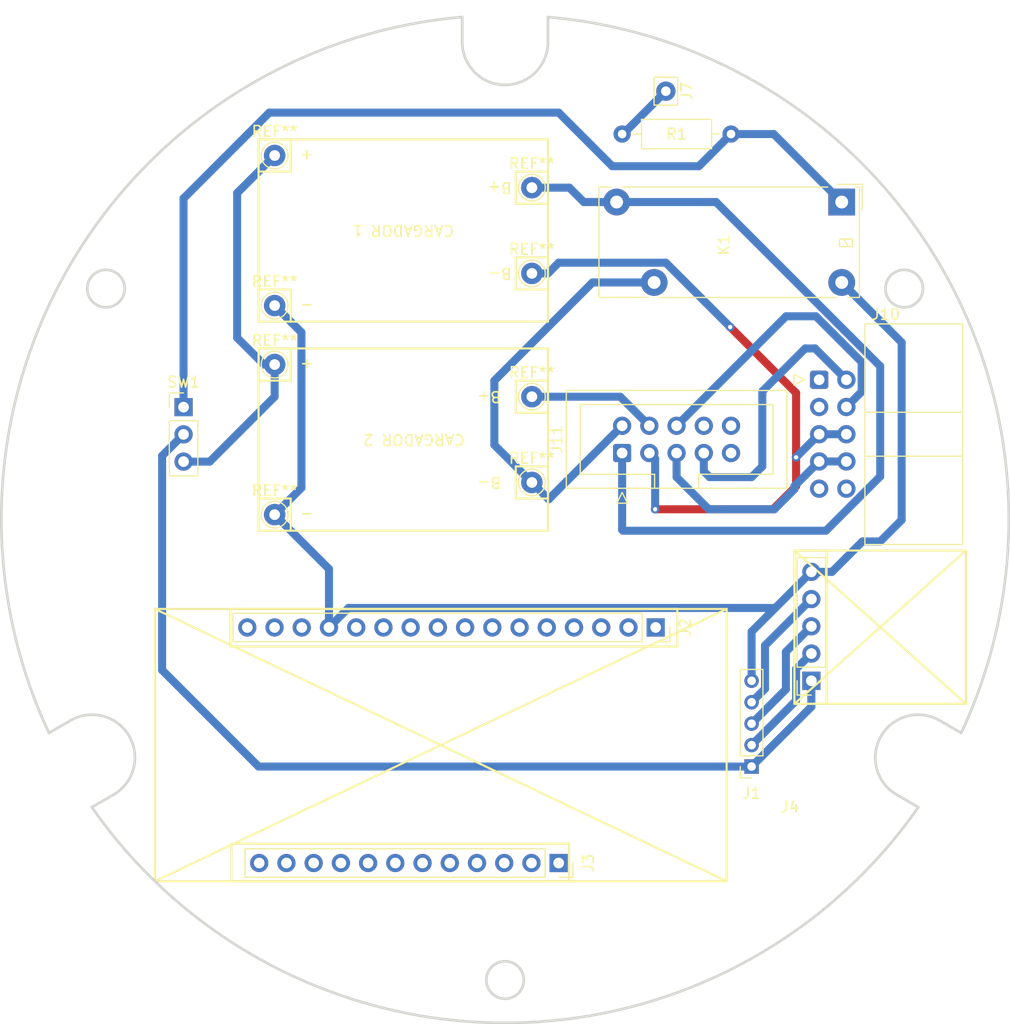
<source format=kicad_pcb>
(kicad_pcb (version 20211014) (generator pcbnew)
  (layers (0 "F.Cu" signal) (31 "B.Cu" signal) (34 "B.Paste" user) (35 "F.Paste" user) (36 "B.SilkS" user "B.Silkscreen") (37 "F.SilkS" user "F.Silkscreen") (38 "B.Mask" user) (39 "F.Mask" user) (44 "Edge.Cuts" user))
  (net 0 "")
  (net 1 "/LED")
  (net 2 "Net-(K1-Pad1)")
  (net 3 "/VBAT1")
  (net 4 "/GNDBAT2")
  (net 5 "GND")
  (net 33 "VCC")
  (net 34 "/RX")
  (net 35 "/TX")
  (net 36 "/NC")
  (net 37 "/VCC_SW")
  (net 38 "GND1")
  (net 39 "/VCC_STLINK")
  (net 40 "/SCLK _STL_LINK")
  (net 42 "/VBAT2")
  (net 43 "/SDIO_STL")
  (footprint "Connector_Pin:Pin_D1.0mm_L10.0mm" (layer "F.Cu") (at 151.5 71 180)
    (fp_text reference "REF**" (at 0 2.25) (layer "F.SilkS"))
    (fp_text value "Pin_D1.0mm_L10.0mm")
    (fp_circle (center 0 0) (end 1.25 0.05) (layer "F.SilkS") (width 0.12) (fill none))
    (pad "1" thru_hole circle locked (at 0 0 180) (size 2 2) (drill 1) (layers *.Cu *.Mask) (net 3 "/VBAT1"))
    (pad "1" thru_hole circle locked (at 0 0 180) (size 2 2) (drill 1) (layers *.Cu *.Mask) (net 3 "/VBAT1"))
  )
  (footprint "Connector_Pin:Pin_D1.0mm_L10.0mm" (layer "F.Cu") (at 127.5 68 180)
    (fp_text reference "REF**" (at 0 2.25) (layer "F.SilkS"))
    (fp_text value "Pin_D1.0mm_L10.0mm")
    (fp_circle (center 0 0) (end 1.25 0.05) (layer "F.SilkS") (width 0.12) (fill none))
    (pad "1" thru_hole circle locked (at 0 0 180) (size 2 2) (drill 1) (layers *.Cu *.Mask) (net 37 "/VCC_SW"))
  )
  (footprint "Connector_PinSocket_2.00mm:PinSocket_1x05_P2.00mm_Vertical" (layer "F.Cu") (at 172 125 180)
    (fp_text reference "J1" (at 0 -2.5) (layer "F.SilkS"))
    (fp_text value "Micro-usb_lora")
    (fp_line (start -1.06 9.06) (end 1.06 9.06) (layer "F.SilkS") (width 0.12))
    (fp_line (start 0 -1.06) (end 1.06 -1.06) (layer "F.SilkS") (width 0.12))
    (fp_line (start 1.06 1) (end 1.06 9.06) (layer "F.SilkS") (width 0.12))
    (fp_line (start 1.06 -1.06) (end 1.06 0) (layer "F.SilkS") (width 0.12))
    (fp_line (start -1.06 1) (end -1.06 9.06) (layer "F.SilkS") (width 0.12))
    (fp_line (start -1.06 1) (end 1.06 1) (layer "F.SilkS") (width 0.12))
    (pad "1" thru_hole rect locked (at 0 0 180) (size 1.35 1.35) (drill 0.8) (layers *.Cu *.Mask) (net 33 "VCC"))
    (pad "2" thru_hole oval locked (at 0 2 180) (size 1.35 1.35) (drill 0.8) (layers *.Cu *.Mask) (net 34 "/RX"))
    (pad "3" thru_hole oval locked (at 0 4 180) (size 1.35 1.35) (drill 0.8) (layers *.Cu *.Mask) (net 35 "/TX"))
    (pad "4" thru_hole oval locked (at 0 6 180) (size 1.35 1.35) (drill 0.8) (layers *.Cu *.Mask) (net 36 "/NC"))
    (pad "5" thru_hole oval locked (at 0 8 180) (size 1.35 1.35) (drill 0.8) (layers *.Cu *.Mask) (net 5 "GND"))
  )
  (footprint "Connector_Pin:Pin_D1.0mm_L10.0mm" (layer "F.Cu") (at 127.5 101.5 180)
    (fp_text reference "REF**" (at 0 2.25) (layer "F.SilkS"))
    (fp_text value "Pin_D1.0mm_L10.0mm")
    (fp_circle (center 0 0) (end 1.25 0.05) (layer "F.SilkS") (width 0.12) (fill none))
    (pad "1" thru_hole circle locked (at 0 0 180) (size 2 2) (drill 1) (layers *.Cu *.Mask) (net 5 "GND"))
  )
  (footprint "Connector_PinSocket_2.54mm:PinSocket_1x16_P2.54mm_Vertical" (layer "F.Cu") (at 163.05 112.025 -90)
    (fp_text reference "J2" (at 0 -2.77 90) (layer "F.SilkS"))
    (fp_text value "Parte izquierda lora")
    (fp_line (start 0 -1.33) (end 1.33 -1.33) (layer "F.SilkS") (width 0.12))
    (fp_line (start -1.33 39.43) (end 1.33 39.43) (layer "F.SilkS") (width 0.12))
    (fp_line (start -1.33 1.27) (end 1.33 1.27) (layer "F.SilkS") (width 0.12))
    (fp_line (start 1.33 1.27) (end 1.33 39.43) (layer "F.SilkS") (width 0.12))
    (fp_line (start 1.33 -1.33) (end 1.33 0) (layer "F.SilkS") (width 0.12))
    (fp_line (start -1.33 1.27) (end -1.33 39.43) (layer "F.SilkS") (width 0.12))
    (pad "1" thru_hole rect locked (at 0 0 270) (size 1.7 1.7) (drill 1) (layers *.Cu *.Mask))
    (pad "2" thru_hole oval locked (at 0 2.54 270) (size 1.7 1.7) (drill 1) (layers *.Cu *.Mask))
    (pad "3" thru_hole oval locked (at 0 5.08 270) (size 1.7 1.7) (drill 1) (layers *.Cu *.Mask))
    (pad "4" thru_hole oval locked (at 0 7.62 270) (size 1.7 1.7) (drill 1) (layers *.Cu *.Mask))
    (pad "5" thru_hole oval locked (at 0 10.16 270) (size 1.7 1.7) (drill 1) (layers *.Cu *.Mask))
    (pad "6" thru_hole oval locked (at 0 12.7 270) (size 1.7 1.7) (drill 1) (layers *.Cu *.Mask))
    (pad "7" thru_hole oval locked (at 0 15.24 270) (size 1.7 1.7) (drill 1) (layers *.Cu *.Mask))
    (pad "8" thru_hole oval locked (at 0 17.78 270) (size 1.7 1.7) (drill 1) (layers *.Cu *.Mask))
    (pad "9" thru_hole oval locked (at 0 20.32 270) (size 1.7 1.7) (drill 1) (layers *.Cu *.Mask))
    (pad "10" thru_hole oval locked (at 0 22.86 270) (size 1.7 1.7) (drill 1) (layers *.Cu *.Mask))
    (pad "11" thru_hole oval locked (at 0 25.4 270) (size 1.7 1.7) (drill 1) (layers *.Cu *.Mask))
    (pad "12" thru_hole oval locked (at 0 27.94 270) (size 1.7 1.7) (drill 1) (layers *.Cu *.Mask))
    (pad "13" thru_hole oval locked (at 0 30.48 270) (size 1.7 1.7) (drill 1) (layers *.Cu *.Mask) (net 5 "GND"))
    (pad "14" thru_hole oval locked (at 0 33.02 270) (size 1.7 1.7) (drill 1) (layers *.Cu *.Mask))
    (pad "15" thru_hole oval locked (at 0 35.56 270) (size 1.7 1.7) (drill 1) (layers *.Cu *.Mask))
    (pad "16" thru_hole oval locked (at 0 38.1 270) (size 1.7 1.7) (drill 1) (layers *.Cu *.Mask))
  )
  (footprint "Connector_Pin:Pin_D1.0mm_L10.0mm" (layer "F.Cu") (at 151.5 98.5 180)
    (fp_text reference "REF**" (at 0 2.25) (layer "F.SilkS"))
    (fp_text value "Pin_D1.0mm_L10.0mm")
    (fp_circle (center 0 0) (end 1.25 0.05) (layer "F.SilkS") (width 0.12) (fill none))
    (pad "1" thru_hole circle locked (at 0 0 180) (size 2 2) (drill 1) (layers *.Cu *.Mask) (net 4 "/GNDBAT2"))
  )
  (footprint "Connector_IDC:IDC-Header_2x05_P2.54mm_Vertical" (layer "F.Cu") (at 159.92 95.7525 90)
    (fp_text reference "J11" (at 1.27 -6.1 90) (layer "F.SilkS"))
    (fp_text value "IDC_CANSAT")
    (fp_line (start 4.52 14.07) (end -1.98 14.07) (layer "F.SilkS") (width 0.12))
    (fp_line (start -3.68 0) (end -4.68 -0.5) (layer "F.SilkS") (width 0.12))
    (fp_line (start -1.98 7.13) (end -3.29 7.13) (layer "F.SilkS") (width 0.12))
    (fp_line (start -4.68 -0.5) (end -4.68 0.5) (layer "F.SilkS") (width 0.12))
    (fp_line (start -3.29 -5.21) (end 5.83 -5.21) (layer "F.SilkS") (width 0.12))
    (fp_line (start -4.68 0.5) (end -3.68 0) (layer "F.SilkS") (width 0.12))
    (fp_line (start -3.29 15.37) (end -3.29 -5.21) (layer "F.SilkS") (width 0.12))
    (fp_line (start -1.98 -3.91) (end 4.52 -3.91) (layer "F.SilkS") (width 0.12))
    (fp_line (start -1.98 3.03) (end -1.98 -3.91) (layer "F.SilkS") (width 0.12))
    (fp_line (start -1.98 7.13) (end -1.98 7.13) (layer "F.SilkS") (width 0.12))
    (fp_line (start -3.29 3.03) (end -1.98 3.03) (layer "F.SilkS") (width 0.12))
    (fp_line (start 5.83 -5.21) (end 5.83 15.37) (layer "F.SilkS") (width 0.12))
    (fp_line (start -1.98 14.07) (end -1.98 7.13) (layer "F.SilkS") (width 0.12))
    (fp_line (start 4.52 -3.91) (end 4.52 14.07) (layer "F.SilkS") (width 0.12))
    (fp_line (start 5.83 15.37) (end -3.29 15.37) (layer "F.SilkS") (width 0.12))
    (pad "1" thru_hole roundrect locked (at 0 0 90) (size 1.7 1.7) (drill 1) (layers *.Cu *.Mask) (roundrect_rratio 0.147059) (net 3 "/VBAT1"))
    (pad "2" thru_hole circle locked (at 2.54 0 90) (size 1.7 1.7) (drill 1) (layers *.Cu *.Mask) (net 4 "/GNDBAT2"))
    (pad "3" thru_hole circle locked (at 0 2.54 90) (size 1.7 1.7) (drill 1) (layers *.Cu *.Mask) (net 38 "GND1"))
    (pad "4" thru_hole circle locked (at 2.54 2.54 90) (size 1.7 1.7) (drill 1) (layers *.Cu *.Mask) (net 42 "/VBAT2"))
    (pad "5" thru_hole circle locked (at 0 5.08 90) (size 1.7 1.7) (drill 1) (layers *.Cu *.Mask) (net 39 "/VCC_STLINK"))
    (pad "6" thru_hole circle locked (at 2.54 5.08 90) (size 1.7 1.7) (drill 1) (layers *.Cu *.Mask) (net 43 "/SDIO_STL"))
    (pad "7" thru_hole circle locked (at 0 7.62 90) (size 1.7 1.7) (drill 1) (layers *.Cu *.Mask) (net 40 "/SCLK _STL_LINK"))
    (pad "8" thru_hole circle locked (at 2.54 7.62 90) (size 1.7 1.7) (drill 1) (layers *.Cu *.Mask))
    (pad "9" thru_hole circle locked (at 0 10.16 90) (size 1.7 1.7) (drill 1) (layers *.Cu *.Mask))
    (pad "10" thru_hole circle locked (at 2.54 10.16 90) (size 1.7 1.7) (drill 1) (layers *.Cu *.Mask))
  )
  (footprint "Connector_Pin:Pin_D1.0mm_L10.0mm" (layer "F.Cu") (at 151.5 79 180)
    (fp_text reference "REF**" (at 0 2.25) (layer "F.SilkS"))
    (fp_text value "Pin_D1.0mm_L10.0mm")
    (fp_circle (center 0 0) (end 1.25 0.05) (layer "F.SilkS") (width 0.12) (fill none))
    (pad "1" thru_hole circle locked (at 0 0 180) (size 2 2) (drill 1) (layers *.Cu *.Mask) (net 38 "GND1"))
  )
  (footprint "Relay_THT:Relay_1P1T_NO_10x24x18.8mm_Panasonic_ADW11xxxxW_THT" (layer "F.Cu") (at 180.4075 72.3425 -90)
    (fp_text reference "K1" (at 4 11 90) (layer "F.SilkS"))
    (fp_text value "ADW11")
    (fp_line (start 3.45 -1) (end 3.45 0.2) (layer "F.SilkS") (width 0.12))
    (fp_line (start 3.45 0.2) (end 4.15 0.2) (layer "F.SilkS") (width 0.12))
    (fp_line (start 4.15 0.2) (end 4.15 -1) (layer "F.SilkS") (width 0.12))
    (fp_line (start 8.9 22.65) (end -1.4 22.65) (layer "F.SilkS") (width 0.12))
    (fp_line (start 8.89 18.05) (end 8.9 22.65) (layer "F.SilkS") (width 0.12))
    (fp_line (start -1.65 -1.9) (end 0.75 -1.9) (layer "F.SilkS") (width 0.12))
    (fp_line (start 8.9 -1.65) (end 8.9 -0.51) (layer "F.SilkS") (width 0.12))
    (fp_line (start -1.4 22.65) (end -1.4 21.51) (layer "F.SilkS") (width 0.12))
    (fp_line (start -1.65 0.44) (end -1.65 -1.9) (layer "F.SilkS") (width 0.12))
    (fp_line (start -1.4 -1.65) (end -1.4 -1.31) (layer "F.SilkS") (width 0.12))
    (fp_line (start 4.15 -1) (end 3.45 -1) (layer "F.SilkS") (width 0.12))
    (fp_line (start -1.4 1.31) (end -1.4 20.49) (layer "F.SilkS") (width 0.12))
    (fp_line (start 3.45 -0.2) (end 4.15 -0.6) (layer "F.SilkS") (width 0.12))
    (fp_line (start 8.9 -1.65) (end -1.4 -1.65) (layer "F.SilkS") (width 0.12))
    (fp_line (start 8.9 0.51) (end 8.9 16.99) (layer "F.SilkS") (width 0.12))
    (pad "1" thru_hole rect locked (at 0 0 270) (size 2.5 2.5) (drill 1.2) (layers *.Cu *.Mask) (net 2 "Net-(K1-Pad1)"))
    (pad "3" thru_hole oval locked (at 0 21 270) (size 2.5 2.5) (drill 1.2) (layers *.Cu *.Mask) (net 3 "/VBAT1"))
    (pad "5" thru_hole oval locked (at 7.5 17.5 270) (size 2.5 2.5) (drill 1.2) (layers *.Cu *.Mask) (net 4 "/GNDBAT2"))
    (pad "6" thru_hole oval locked (at 7.5 0 270) (size 2.5 2.5) (drill 1.2) (layers *.Cu *.Mask) (net 5 "GND"))
  )
  (footprint "Connector_PinSocket_2.54mm:PinSocket_1x12_P2.54mm_Vertical" (layer "F.Cu") (at 154 134 -90)
    (fp_text reference "J3" (at 0 -2.77 90) (layer "F.SilkS"))
    (fp_text value "parte derecha lora")
    (fp_line (start 0 -1.33) (end 1.33 -1.33) (layer "F.SilkS") (width 0.12))
    (fp_line (start -1.33 29.27) (end 1.33 29.27) (layer "F.SilkS") (width 0.12))
    (fp_line (start 1.33 -1.33) (end 1.33 0) (layer "F.SilkS") (width 0.12))
    (fp_line (start 1.33 1.27) (end 1.33 29.27) (layer "F.SilkS") (width 0.12))
    (fp_line (start -1.33 1.27) (end -1.33 29.27) (layer "F.SilkS") (width 0.12))
    (fp_line (start -1.33 1.27) (end 1.33 1.27) (layer "F.SilkS") (width 0.12))
    (pad "1" thru_hole rect locked (at 0 0 270) (size 1.7 1.7) (drill 1) (layers *.Cu *.Mask))
    (pad "2" thru_hole oval locked (at 0 2.54 270) (size 1.7 1.7) (drill 1) (layers *.Cu *.Mask))
    (pad "3" thru_hole oval locked (at 0 5.08 270) (size 1.7 1.7) (drill 1) (layers *.Cu *.Mask))
    (pad "4" thru_hole oval locked (at 0 7.62 270) (size 1.7 1.7) (drill 1) (layers *.Cu *.Mask))
    (pad "5" thru_hole oval locked (at 0 10.16 270) (size 1.7 1.7) (drill 1) (layers *.Cu *.Mask))
    (pad "6" thru_hole oval locked (at 0 12.7 270) (size 1.7 1.7) (drill 1) (layers *.Cu *.Mask))
    (pad "7" thru_hole oval locked (at 0 15.24 270) (size 1.7 1.7) (drill 1) (layers *.Cu *.Mask))
    (pad "8" thru_hole oval locked (at 0 17.78 270) (size 1.7 1.7) (drill 1) (layers *.Cu *.Mask))
    (pad "9" thru_hole oval locked (at 0 20.32 270) (size 1.7 1.7) (drill 1) (layers *.Cu *.Mask))
    (pad "10" thru_hole oval locked (at 0 22.86 270) (size 1.7 1.7) (drill 1) (layers *.Cu *.Mask))
    (pad "11" thru_hole oval locked (at 0 25.4 270) (size 1.7 1.7) (drill 1) (layers *.Cu *.Mask))
    (pad "12" thru_hole oval locked (at 0 27.94 270) (size 1.7 1.7) (drill 1) (layers *.Cu *.Mask))
  )
  (footprint "Resistor_THT:R_Axial_DIN0207_L6.3mm_D2.5mm_P10.16mm_Horizontal" (layer "F.Cu") (at 159.92 66)
    (fp_text reference "R1" (at 5.08 0 180) (layer "F.SilkS"))
    (fp_text value "R")
    (fp_line (start 8.35 1.37) (end 8.35 -1.37) (layer "F.SilkS") (width 0.12))
    (fp_line (start 1.81 1.37) (end 8.35 1.37) (layer "F.SilkS") (width 0.12))
    (fp_line (start 8.35 -1.37) (end 1.81 -1.37) (layer "F.SilkS") (width 0.12))
    (fp_line (start 1.04 0) (end 1.81 0) (layer "F.SilkS") (width 0.12))
    (fp_line (start 9.12 0) (end 8.35 0) (layer "F.SilkS") (width 0.12))
    (fp_line (start 1.81 -1.37) (end 1.81 1.37) (layer "F.SilkS") (width 0.12))
    (pad "1" thru_hole circle locked (at 0 0) (size 1.6 1.6) (drill 0.8) (layers *.Cu *.Mask) (net 1 "/LED"))
    (pad "2" thru_hole oval locked (at 10.16 0) (size 1.6 1.6) (drill 0.8) (layers *.Cu *.Mask) (net 2 "Net-(K1-Pad1)"))
  )
  (footprint "Connector_Pin:Pin_D1.0mm_L10.0mm" (layer "F.Cu") (at 127.5 82 180)
    (fp_text reference "REF**" (at 0 2.25) (layer "F.SilkS"))
    (fp_text value "Pin_D1.0mm_L10.0mm")
    (fp_circle (center 0 0) (end 1.25 0.05) (layer "F.SilkS") (width 0.12) (fill none))
    (pad "1" thru_hole circle locked (at 0 0 180) (size 2 2) (drill 1) (layers *.Cu *.Mask) (net 5 "GND"))
  )
  (footprint "Connector_Pin:Pin_D1.0mm_L10.0mm" (layer "F.Cu") (at 127.5 87.5 180)
    (fp_text reference "REF**" (at 0 2.25) (layer "F.SilkS"))
    (fp_text value "Pin_D1.0mm_L10.0mm")
    (fp_circle (center 0 0) (end 1.25 0.05) (layer "F.SilkS") (width 0.12) (fill none))
    (pad "1" thru_hole circle locked (at 0 0 180) (size 2 2) (drill 1) (layers *.Cu *.Mask) (net 37 "/VCC_SW"))
  )
  (footprint "Connector_Pin:Pin_D1.0mm_L10.0mm" (layer "F.Cu") (at 151.5 90.5 180)
    (fp_text reference "REF**" (at 0 2.25) (layer "F.SilkS"))
    (fp_text value "Pin_D1.0mm_L10.0mm")
    (fp_circle (center 0 0) (end 1.25 0.05) (layer "F.SilkS") (width 0.12) (fill none))
    (pad "1" thru_hole circle locked (at 0 0 180) (size 2 2) (drill 1) (layers *.Cu *.Mask) (net 42 "/VBAT2"))
  )
  (footprint "Connector_IDC:IDC-Header_2x05_P2.54mm_Horizontal" (layer "F.Cu") (at 178.3025 88.92)
    (fp_text reference "J10" (at 6.215 -6.1) (layer "F.SilkS"))
    (fp_text value "IDC_STLINK")
    (fp_line (start 4.27 3.03) (end 13.39 3.03) (layer "F.SilkS") (width 0.12))
    (fp_line (start -1.35 0) (end -2.35 -0.5) (layer "F.SilkS") (width 0.12))
    (fp_line (start 4.27 15.37) (end 4.27 -5.21) (layer "F.SilkS") (width 0.12))
    (fp_line (start 13.39 -5.21) (end 13.39 15.37) (layer "F.SilkS") (width 0.12))
    (fp_line (start 4.27 7.13) (end 13.39 7.13) (layer "F.SilkS") (width 0.12))
    (fp_line (start 4.27 -5.21) (end 13.39 -5.21) (layer "F.SilkS") (width 0.12))
    (fp_line (start -2.35 -0.5) (end -2.35 0.5) (layer "F.SilkS") (width 0.12))
    (fp_line (start 13.39 15.37) (end 4.27 15.37) (layer "F.SilkS") (width 0.12))
    (fp_line (start -2.35 0.5) (end -1.35 0) (layer "F.SilkS") (width 0.12))
    (pad "1" thru_hole roundrect locked (at 0 0) (size 1.7 1.7) (drill 1) (layers *.Cu *.Mask) (roundrect_rratio 0.147059))
    (pad "2" thru_hole circle locked (at 2.54 0) (size 1.7 1.7) (drill 1) (layers *.Cu *.Mask) (net 40 "/SCLK _STL_LINK"))
    (pad "3" thru_hole circle locked (at 0 2.54) (size 1.7 1.7) (drill 1) (layers *.Cu *.Mask))
    (pad "4" thru_hole circle locked (at 2.54 2.54) (size 1.7 1.7) (drill 1) (layers *.Cu *.Mask) (net 43 "/SDIO_STL"))
    (pad "5" thru_hole circle locked (at 0 5.08) (size 1.7 1.7) (drill 1) (layers *.Cu *.Mask) (net 38 "GND1"))
    (pad "6" thru_hole circle locked (at 2.54 5.08) (size 1.7 1.7) (drill 1) (layers *.Cu *.Mask) (net 38 "GND1"))
    (pad "7" thru_hole circle locked (at 0 7.62) (size 1.7 1.7) (drill 1) (layers *.Cu *.Mask) (net 39 "/VCC_STLINK"))
    (pad "8" thru_hole circle locked (at 2.54 7.62) (size 1.7 1.7) (drill 1) (layers *.Cu *.Mask) (net 39 "/VCC_STLINK"))
    (pad "9" thru_hole circle locked (at 0 10.16) (size 1.7 1.7) (drill 1) (layers *.Cu *.Mask))
    (pad "10" thru_hole circle locked (at 2.54 10.16) (size 1.7 1.7) (drill 1) (layers *.Cu *.Mask))
  )
  (footprint "Connector_Pin:Pin_D0.9mm_L10.0mm_W2.4mm_FlatFork" (layer "F.Cu") (at 164 62 90)
    (fp_text reference "J7" (at 0 1.95 90) (layer "F.SilkS"))
    (fp_text value "POSITIVO_LED TESTIGO")
    (fp_line (start -1.3 -1.1) (end -1.3 0.6) (layer "F.SilkS") (width 0.12))
    (fp_line (start -1.3 1.1) (end 1.3 1.1) (layer "F.SilkS") (width 0.12))
    (fp_line (start 1.3 -1.1) (end -1.3 -1.1) (layer "F.SilkS") (width 0.12))
    (fp_line (start -1.3 0.6) (end -1.3 1.1) (layer "F.SilkS") (width 0.12))
    (fp_line (start 1.3 1.1) (end 1.3 -1.1) (layer "F.SilkS") (width 0.12))
    (pad "1" thru_hole circle locked (at 0 0 90) (size 1.8 1.8) (drill 0.9) (layers *.Cu *.Mask) (net 1 "/LED"))
  )
  (footprint "Connector_PinSocket_2.54mm:PinSocket_1x05_P2.54mm_Vertical" (layer "F.Cu") (at 177.575 117 180)
    (fp_text reference "J4" (at 2 -11.77) (layer "F.SilkS"))
    (fp_text value "Breakouy_micro_usb")
    (fp_line (start 0 -1.33) (end 1.33 -1.33) (layer "F.SilkS") (width 0.12))
    (fp_line (start -1.33 1.27) (end -1.33 11.49) (layer "F.SilkS") (width 0.12))
    (fp_line (start -1.33 1.27) (end 1.33 1.27) (layer "F.SilkS") (width 0.12))
    (fp_line (start 1.33 -1.33) (end 1.33 0) (layer "F.SilkS") (width 0.12))
    (fp_line (start 1.33 1.27) (end 1.33 11.49) (layer "F.SilkS") (width 0.12))
    (fp_line (start -1.33 11.49) (end 1.33 11.49) (layer "F.SilkS") (width 0.12))
    (pad "1" thru_hole rect locked (at 0 0 180) (size 1.7 1.7) (drill 1) (layers *.Cu *.Mask) (net 33 "VCC"))
    (pad "2" thru_hole oval locked (at 0 2.54 180) (size 1.7 1.7) (drill 1) (layers *.Cu *.Mask) (net 34 "/RX"))
    (pad "3" thru_hole oval locked (at 0 5.08 180) (size 1.7 1.7) (drill 1) (layers *.Cu *.Mask) (net 35 "/TX"))
    (pad "4" thru_hole oval locked (at 0 7.62 180) (size 1.7 1.7) (drill 1) (layers *.Cu *.Mask) (net 36 "/NC"))
    (pad "5" thru_hole oval locked (at 0 10.16 180) (size 1.7 1.7) (drill 1) (layers *.Cu *.Mask) (net 5 "GND"))
  )
  (footprint "Connector_PinHeader_2.54mm:PinHeader_1x03_P2.54mm_Vertical" (layer "F.Cu") (at 119 91.475)
    (fp_text reference "SW1" (at 0 -2.33) (layer "F.SilkS"))
    (fp_text value "SWITCH")
    (fp_line (start -1.33 1.27) (end 1.33 1.27) (layer "F.SilkS") (width 0.12))
    (fp_line (start -1.33 1.27) (end -1.33 6.41) (layer "F.SilkS") (width 0.12))
    (fp_line (start -1.33 0) (end -1.33 -1.33) (layer "F.SilkS") (width 0.12))
    (fp_line (start -1.33 -1.33) (end 0 -1.33) (layer "F.SilkS") (width 0.12))
    (fp_line (start 1.33 1.27) (end 1.33 6.41) (layer "F.SilkS") (width 0.12))
    (fp_line (start -1.33 6.41) (end 1.33 6.41) (layer "F.SilkS") (width 0.12))
    (pad "1" thru_hole rect locked (at 0 0) (size 1.7 1.7) (drill 1) (layers *.Cu *.Mask) (net 2 "Net-(K1-Pad1)"))
    (pad "2" thru_hole oval locked (at 0 2.54) (size 1.7 1.7) (drill 1) (layers *.Cu *.Mask) (net 33 "VCC"))
    (pad "3" thru_hole oval locked (at 0 5.08) (size 1.7 1.7) (drill 1) (layers *.Cu *.Mask) (net 37 "/VCC_SW"))
  )
  (gr_line (start 179 119.15) (end 179 104.85) (layer "F.SilkS") (width 0.2))
  (gr_line (start 150 92) (end 150 89) (layer "F.SilkS") (width 0.2))
  (gr_line (start 150 80.5) (end 153 80.5) (layer "F.SilkS") (width 0.2))
  (gr_line (start 123.47 135.7) (end 123.47 132.2) (layer "F.SilkS") (width 0.2))
  (gr_line (start 116.33 110.3) (end 169.67 110.3) (layer "F.SilkS") (width 0.2))
  (gr_line (start 129 83.5) (end 129 80.5) (layer "F.SilkS") (width 0.2))
  (gr_line (start 153 92) (end 150 92) (layer "F.SilkS") (width 0.2))
  (gr_line (start 153 103) (end 126 103) (layer "F.SilkS") (width 0.2))
  (gr_line (start 129 69.5) (end 126 69.5) (layer "F.SilkS") (width 0.2))
  (gr_line (start 129 103) (end 129 100) (layer "F.SilkS") (width 0.2))
  (gr_line (start 192 104.85) (end 176 104.85) (layer "F.SilkS") (width 0.2))
  (gr_line (start 123.37 110.3) (end 123.37 113.8) (layer "F.SilkS") (width 0.2))
  (gr_line (start 129 89) (end 126 89) (layer "F.SilkS") (width 0.2))
  (gr_line (start 153 89) (end 153 92) (layer "F.SilkS") (width 0.2))
  (gr_line (start 165.07 110.3) (end 123.37 110.3) (layer "F.SilkS") (width 0.2))
  (gr_line (start 176 119.15) (end 179 119.15) (layer "F.SilkS") (width 0.2))
  (gr_line (start 126 103) (end 126 86) (layer "F.SilkS") (width 0.2))
  (gr_line (start 129 100) (end 126 100) (layer "F.SilkS") (width 0.2))
  (gr_line (start 176 104.85) (end 176 119.15) (layer "F.SilkS") (width 0.2))
  (gr_line (start 126 86) (end 129 86) (layer "F.SilkS") (width 0.2))
  (gr_line (start 153 77.5) (end 150 77.5) (layer "F.SilkS") (width 0.2))
  (gr_line (start 129 80.5) (end 126 80.5) (layer "F.SilkS") (width 0.2))
  (gr_line (start 169.67 135.7) (end 116.33 135.7) (layer "F.SilkS") (width 0.2))
  (gr_line (start 176 104.85) (end 176 119.15) (layer "F.SilkS") (width 0.2))
  (gr_line (start 192 104.85) (end 176 119.15) (layer "F.SilkS") (width 0.2))
  (gr_line (start 116.33 135.7) (end 116.33 110.3) (layer "F.SilkS") (width 0.2))
  (gr_line (start 150 77.5) (end 150 80.5) (layer "F.SilkS") (width 0.2))
  (gr_line (start 126 86) (end 153 86) (layer "F.SilkS") (width 0.2))
  (gr_line (start 153 69.5) (end 153 72.5) (layer "F.SilkS") (width 0.2))
  (gr_line (start 126 66.5) (end 129 66.5) (layer "F.SilkS") (width 0.2))
  (gr_line (start 126 66.5) (end 153 66.5) (layer "F.SilkS") (width 0.2))
  (gr_line (start 176 119.15) (end 192 119.15) (layer "F.SilkS") (width 0.2))
  (gr_line (start 123.37 113.8) (end 165.07 113.8) (layer "F.SilkS") (width 0.2))
  (gr_line (start 154.97 135.7) (end 123.47 135.7) (layer "F.SilkS") (width 0.2))
  (gr_line (start 150 69.5) (end 153 69.5) (layer "F.SilkS") (width 0.2))
  (gr_line (start 192 119.15) (end 192 104.85) (layer "F.SilkS") (width 0.2))
  (gr_line (start 123.47 132.2) (end 154.97 132.2) (layer "F.SilkS") (width 0.2))
  (gr_line (start 153 72.5) (end 150 72.5) (layer "F.SilkS") (width 0.2))
  (gr_line (start 154.97 132.2) (end 154.97 135.7) (layer "F.SilkS") (width 0.2))
  (gr_line (start 116.33 110.3) (end 169.67 135.7) (layer "F.SilkS") (width 0.2))
  (gr_line (start 153 86) (end 153 103) (layer "F.SilkS") (width 0.2))
  (gr_line (start 169.67 110.3) (end 169.67 135.7) (layer "F.SilkS") (width 0.2))
  (gr_line (start 150 89) (end 153 89) (layer "F.SilkS") (width 0.2))
  (gr_line (start 153 66.5) (end 153 83.5) (layer "F.SilkS") (width 0.2))
  (gr_line (start 150 97) (end 150 100) (layer "F.SilkS") (width 0.2))
  (gr_line (start 126 89) (end 126 86) (layer "F.SilkS") (width 0.2))
  (gr_line (start 129 86) (end 129 89) (layer "F.SilkS") (width 0.2))
  (gr_line (start 129 66.5) (end 129 69.5) (layer "F.SilkS") (width 0.2))
  (gr_line (start 126 69.5) (end 126 66.5) (layer "F.SilkS") (width 0.2))
  (gr_line (start 126 83.5) (end 126 66.5) (layer "F.SilkS") (width 0.2))
  (gr_line (start 150 100) (end 153 100) (layer "F.SilkS") (width 0.2))
  (gr_line (start 176 104.85) (end 192 119.15) (layer "F.SilkS") (width 0.2))
  (gr_line (start 169.67 110.3) (end 116.33 135.7) (layer "F.SilkS") (width 0.2))
  (gr_line (start 179 104.85) (end 176 104.85) (layer "F.SilkS") (width 0.2))
  (gr_line (start 153 97) (end 150 97) (layer "F.SilkS") (width 0.2))
  (gr_line (start 165.07 113.8) (end 165.07 110.3) (layer "F.SilkS") (width 0.2))
  (gr_line (start 150 72.5) (end 150 69.5) (layer "F.SilkS") (width 0.2))
  (gr_line (start 153 83.5) (end 126 83.5) (layer "F.SilkS") (width 0.2))
  (gr_line (start 145 57.414739) (end 145 55.085261) (layer "Edge.Cuts") (width 0.25))
  (gr_arc (start 185.53813 127.628841) (mid 184.074029 122.164739) (end 189.53813 120.700637) (layer "Edge.Cuts") (width 0.25))
  (gr_circle (center 149 144.914739) (end 150.75 144.914739) (layer "Edge.Cuts") (width 0.25) (fill none))
  (gr_line (start 185.53813 127.628841) (end 187.555518 128.79358) (layer "Edge.Cuts") (width 0.25))
  (gr_arc (start 108.46187 120.700637) (mid 113.925971 122.164739) (end 112.46187 127.628841) (layer "Edge.Cuts") (width 0.25))
  (gr_line (start 112.46187 127.628841) (end 110.444482 128.79358) (layer "Edge.Cuts") (width 0.25))
  (gr_line (start 108.46187 120.700637) (end 106.444482 121.865376) (layer "Edge.Cuts") (width 0.25))
  (gr_circle (center 186.239092 80.414739) (end 187.989092 80.414739) (layer "Edge.Cuts") (width 0.25) (fill none))
  (gr_line (start 189.53813 120.700637) (end 191.555518 121.865376) (layer "Edge.Cuts") (width 0.25))
  (gr_circle (center 111.760908 80.414739) (end 113.510908 80.414739) (layer "Edge.Cuts") (width 0.25) (fill none))
  (gr_arc (start 106.444482 121.865376) (mid 108.296806 78.414739) (end 145 55.085261) (layer "Edge.Cuts") (width 0.25))
  (gr_arc (start 153 55.085261) (mid 189.703194 78.414739) (end 191.555518 121.865376) (layer "Edge.Cuts") (width 0.25))
  (gr_arc (start 153 57.414739) (mid 149 61.414739) (end 145 57.414739) (layer "Edge.Cuts") (width 0.25))
  (gr_line (start 153 57.414739) (end 153 55.085261) (layer "Edge.Cuts") (width 0.25))
  (gr_arc (start 187.555518 128.79358) (mid 149 148.914739) (end 110.444482 128.79358) (layer "Edge.Cuts") (width 0.25))
  (gr_text "B+" (at 147.5 90.5 180) (layer "F.SilkS") (effects (font (size 1 1))))
  (gr_text "B-\n" (at 147.5 98.5 180) (layer "F.SilkS") (effects (font (size 1 1))))
  (gr_text "B-" (at 148.5 79 180) (layer "F.SilkS") (effects (font (size 1 1))))
  (gr_text "-" (at 130.5 82 180) (layer "F.SilkS") (effects (font (size 1 1))))
  (gr_text "B+" (at 148.5 71 180) (layer "F.SilkS") (effects (font (size 1 1))))
  (gr_text "CARGADOR 1\n" (at 139.5 75 180) (layer "F.SilkS") (effects (font (size 1 1))))
  (gr_text "+" (at 130.5 68 180) (layer "F.SilkS") (effects (font (size 1 1))))
  (gr_text "+" (at 130.5 87.5 180) (layer "F.SilkS") (effects (font (size 1 1))))
  (gr_text "CARGADOR 2\n" (at 140.5 94.5 180) (layer "F.SilkS") (effects (font (size 1 1))))
  (gr_text "-" (at 130.5 101.5 180) (layer "F.SilkS") (effects (font (size 1 1))))
  (segment (start 160 66) (end 164 62) (width 0.75) (layer "B.Cu") (net 1))
  (segment (start 159.92 66) (end 160 66) (width 0.75) (layer "B.Cu") (net 1))
  (segment (start 119 72) (end 119 91.475) (width 0.75) (layer "B.Cu") (net 2))
  (segment (start 180.4075 72.3425) (end 174.065 66) (width 0.75) (layer "B.Cu") (net 2))
  (segment (start 167.08 69) (end 159 69) (width 0.75) (layer "B.Cu") (net 2))
  (segment (start 174.065 66) (end 170.08 66) (width 0.75) (layer "B.Cu") (net 2))
  (segment (start 170.08 66) (end 167.08 69) (width 0.75) (layer "B.Cu") (net 2))
  (segment (start 154 64) (end 127 64) (width 0.75) (layer "B.Cu") (net 2))
  (segment (start 159 69) (end 154 64) (width 0.75) (layer "B.Cu") (net 2))
  (segment (start 127 64) (end 119 72) (width 0.75) (layer "B.Cu") (net 2))
  (segment (start 159.92 102.92) (end 160 103) (width 0.75) (layer "B.Cu") (net 3))
  (segment (start 156.3425 72.3425) (end 155 71) (width 0.75) (layer "B.Cu") (net 3))
  (segment (start 155 71) (end 151.5 71) (width 0.75) (layer "B.Cu") (net 3))
  (segment (start 184 87.657176) (end 168.685324 72.3425) (width 0.75) (layer "B.Cu") (net 3))
  (segment (start 168.685324 72.3425) (end 159.4075 72.3425) (width 0.75) (layer "B.Cu") (net 3))
  (segment (start 178.937064 103) (end 184 97.937064) (width 0.75) (layer "B.Cu") (net 3))
  (segment (start 160 103) (end 178.937064 103) (width 0.75) (layer "B.Cu") (net 3))
  (segment (start 159.4075 72.3425) (end 156.3425 72.3425) (width 0.75) (layer "B.Cu") (net 3))
  (segment (start 184 97.937064) (end 184 87.657176) (width 0.75) (layer "B.Cu") (net 3))
  (segment (start 159.92 95.7525) (end 159.92 102.92) (width 0.75) (layer "B.Cu") (net 3))
  (segment (start 153 100) (end 153.08 100.08) (width 0.75) (layer "B.Cu") (net 4))
  (segment (start 157.1575 79.8425) (end 148 89) (width 0.75) (layer "B.Cu") (net 4))
  (segment (start 162.9075 79.8425) (end 157.1575 79.8425) (width 0.75) (layer "B.Cu") (net 4))
  (segment (start 151.5 98.5) (end 153 100) (width 0.75) (layer "B.Cu") (net 4))
  (segment (start 153.1325 100) (end 153 100) (width 0.75) (layer "B.Cu") (net 4))
  (segment (start 148 95) (end 151.5 98.5) (width 0.75) (layer "B.Cu") (net 4))
  (segment (start 148 89) (end 148 95) (width 0.75) (layer "B.Cu") (net 4))
  (segment (start 159.92 93.2125) (end 153.1325 100) (width 0.75) (layer "B.Cu") (net 4))
  (segment (start 134.3875 110.2075) (end 174.2075 110.2075) (width 0.75) (layer "B.Cu") (net 5))
  (segment (start 127.5 82) (end 130 84.5) (width 0.75) (layer "B.Cu") (net 5))
  (segment (start 186 102) (end 186 85.435) (width 0.75) (layer "B.Cu") (net 5))
  (segment (start 174.2075 110.2075) (end 177.575 106.84) (width 0.75) (layer "B.Cu") (net 5))
  (segment (start 132.57 112.025) (end 132.57 106.57) (width 0.75) (layer "B.Cu") (net 5))
  (segment (start 177.575 106.84) (end 179.502824 106.84) (width 0.75) (layer "B.Cu") (net 5))
  (segment (start 130 84.5) (end 130 99) (width 0.75) (layer "B.Cu") (net 5))
  (segment (start 130 99) (end 127.5 101.5) (width 0.75) (layer "B.Cu") (net 5))
  (segment (start 179.502824 106.84) (end 182.342824 104) (width 0.75) (layer "B.Cu") (net 5))
  (segment (start 172 112.415) (end 174.2075 110.2075) (width 0.75) (layer "B.Cu") (net 5))
  (segment (start 132.57 112.025) (end 134.3875 110.2075) (width 0.75) (layer "B.Cu") (net 5))
  (segment (start 184 104) (end 186 102) (width 0.75) (layer "B.Cu") (net 5))
  (segment (start 172 117) (end 172 112.415) (width 0.75) (layer "B.Cu") (net 5))
  (segment (start 182.342824 104) (end 184 104) (width 0.75) (layer "B.Cu") (net 5))
  (segment (start 186 85.435) (end 180.4075 79.8425) (width 0.75) (layer "B.Cu") (net 5))
  (segment (start 132.57 106.57) (end 127.5 101.5) (width 0.75) (layer "B.Cu") (net 5))
  (segment (start 172 125) (end 177.575 119.425) (width 0.75) (layer "B.Cu") (net 33))
  (segment (start 117 116) (end 126 125) (width 0.75) (layer "B.Cu") (net 33))
  (segment (start 119 94.015) (end 117 96.015) (width 0.75) (layer "B.Cu") (net 33))
  (segment (start 117 96.015) (end 117 116) (width 0.75) (layer "B.Cu") (net 33))
  (segment (start 126 125) (end 172 125) (width 0.75) (layer "B.Cu") (net 33))
  (segment (start 177.575 119.425) (end 177.575 117) (width 0.75) (layer "B.Cu") (net 33))
  (segment (start 172 123) (end 176.150489 118.849511) (width 0.75) (layer "B.Cu") (net 34))
  (segment (start 176.150489 115.884511) (end 177.575 114.46) (width 0.75) (layer "B.Cu") (net 34))
  (segment (start 176.150489 118.849511) (end 176.150489 115.884511) (width 0.75) (layer "B.Cu") (net 34))
  (segment (start 175.200969 114.294031) (end 177.575 111.92) (width 0.75) (layer "B.Cu") (net 35))
  (segment (start 172 121) (end 175.200969 117.799031) (width 0.75) (layer "B.Cu") (net 35))
  (segment (start 175.200969 117.799031) (end 175.200969 114.294031) (width 0.75) (layer "B.Cu") (net 35))
  (segment (start 173.249511 113.705489) (end 177.575 109.38) (width 0.75) (layer "B.Cu") (net 36))
  (segment (start 173.249511 117.750489) (end 173.249511 113.705489) (width 0.75) (layer "B.Cu") (net 36))
  (segment (start 172 119) (end 173.249511 117.750489) (width 0.75) (layer "B.Cu") (net 36))
  (segment (start 127.5 90.5) (end 127.5 87.5) (width 0.75) (layer "B.Cu") (net 37))
  (segment (start 124 85) (end 126.5 87.5) (width 0.75) (layer "B.Cu") (net 37))
  (segment (start 124 71.5) (end 124 85) (width 0.75) (layer "B.Cu") (net 37))
  (segment (start 121.445 96.555) (end 127.5 90.5) (width 0.75) (layer "B.Cu") (net 37))
  (segment (start 127.5 68) (end 124 71.5) (width 0.75) (layer "B.Cu") (net 37))
  (segment (start 119 96.555) (end 121.445 96.555) (width 0.75) (layer "B.Cu") (net 37))
  (segment (start 126.5 87.5) (end 127.5 87.5) (width 0.75) (layer "B.Cu") (net 37))
  (segment (start 176.15125 98.84875) (end 176.15125 96.15125) (width 0.75) (layer "F.Cu") (net 38))
  (segment (start 170 84) (end 176.15125 90.15125) (width 0.75) (layer "F.Cu") (net 38))
  (segment (start 176.15125 90.15125) (end 176.15125 96.15125) (width 0.75) (layer "F.Cu") (net 38))
  (segment (start 174 101) (end 176.15125 98.84875) (width 0.75) (layer "F.Cu") (net 38))
  (segment (start 163 101) (end 174 101) (width 0.75) (layer "F.Cu") (net 38))
  (via (at 170 84) (size 0.8) (drill 0.4) (layers "F.Cu" "B.Cu") (net 38))
  (via (at 163 101) (size 0.8) (drill 0.4) (layers "F.Cu" "B.Cu") (net 38))
  (via (at 176.15125 96.15125) (size 0.8) (drill 0.4) (layers "F.Cu" "B.Cu") (net 38))
  (segment (start 153 79) (end 151.5 79) (width 0.75) (layer "B.Cu") (net 38))
  (segment (start 163 96.2925) (end 163 101) (width 0.75) (layer "B.Cu") (net 38))
  (segment (start 154 78) (end 164 78) (width 0.75) (layer "B.Cu") (net 38))
  (segment (start 154 78) (end 153 79) (width 0.75) (layer "B.Cu") (net 38))
  (segment (start 164 78) (end 170 84) (width 0.75) (layer "B.Cu") (net 38))
  (segment (start 176.15125 96.15125) (end 178.3025 94) (width 0.75) (layer "B.Cu") (net 38))
  (segment (start 178.3025 94) (end 180.8425 94) (width 0.75) (layer "B.Cu") (net 38))
  (segment (start 162.46 95.7525) (end 163 96.2925) (width 0.75) (layer "B.Cu") (net 38))
  (segment (start 174.122011 101) (end 176 99.122011) (width 0.75) (layer "B.Cu") (net 39))
  (segment (start 165 95.7525) (end 165 98) (width 0.75) (layer "B.Cu") (net 39))
  (segment (start 178.3025 96.54) (end 180.8425 96.54) (width 0.75) (layer "B.Cu") (net 39))
  (segment (start 176 99.122011) (end 176 98.8425) (width 0.75) (layer "B.Cu") (net 39))
  (segment (start 165 98) (end 168 101) (width 0.75) (layer "B.Cu") (net 39))
  (segment (start 176 98.8425) (end 178.3025 96.54) (width 0.75) (layer "B.Cu") (net 39))
  (segment (start 168 101) (end 174.122011 101) (width 0.75) (layer "B.Cu") (net 39))
  (segment (start 180.8425 88.92) (end 177.9225 86) (width 0.75) (layer "B.Cu") (net 40))
  (segment (start 173 90) (end 173 97) (width 0.75) (layer "B.Cu") (net 40))
  (segment (start 177 86) (end 173 90) (width 0.75) (layer "B.Cu") (net 40))
  (segment (start 168.081958 98) (end 167.54 97.458042) (width 0.75) (layer "B.Cu") (net 40))
  (segment (start 177.9225 86) (end 177 86) (width 0.75) (layer "B.Cu") (net 40))
  (segment (start 172 98) (end 168.081958 98) (width 0.75) (layer "B.Cu") (net 40))
  (segment (start 167.54 97.458042) (end 167.54 95.7525) (width 0.75) (layer "B.Cu") (net 40))
  (segment (start 173 97) (end 172 98) (width 0.75) (layer "B.Cu") (net 40))
  (segment (start 159.7475 90.5) (end 151.5 90.5) (width 0.75) (layer "B.Cu") (net 42))
  (segment (start 162.46 93.2125) (end 159.7475 90.5) (width 0.75) (layer "B.Cu") (net 42))
  (segment (start 182.267011 90.035489) (end 180.8425 91.46) (width 0.75) (layer "B.Cu") (net 43))
  (segment (start 165 93.2125) (end 175.2125 83) (width 0.75) (layer "B.Cu") (net 43))
  (segment (start 182.267011 87.267011) (end 182.267011 90.035489) (width 0.75) (layer "B.Cu") (net 43))
  (segment (start 178 83) (end 182.267011 87.267011) (width 0.75) (layer "B.Cu") (net 43))
  (segment (start 175.2125 83) (end 178 83) (width 0.75) (layer "B.Cu") (net 43))
)
</source>
